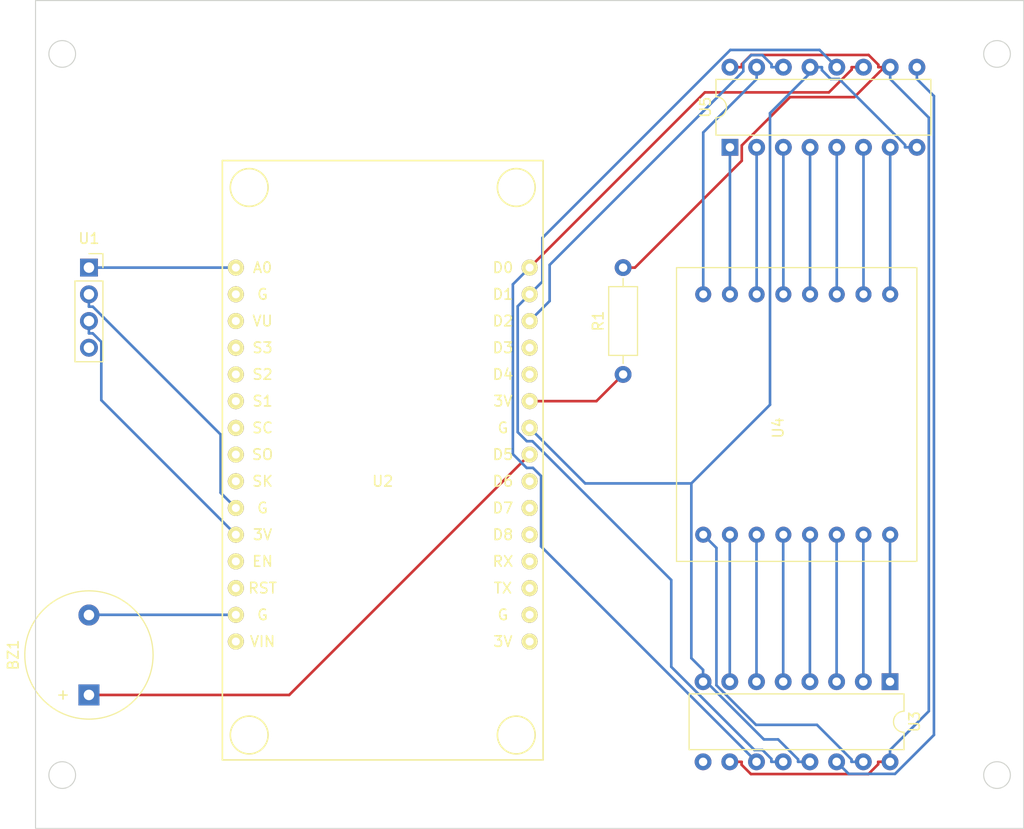
<source format=kicad_pcb>
(kicad_pcb (version 20211014) (generator pcbnew)
  (layers (0 "F.Cu" signal) (31 "B.Cu" signal) (34 "B.Paste" user) (35 "F.Paste" user) (36 "B.SilkS" user "B.Silkscreen") (37 "F.SilkS" user "F.Silkscreen") (38 "B.Mask" user) (39 "F.Mask" user) (44 "Edge.Cuts" user))
  (net 0 "")
  (net 1 "Net-(BZ1-Pad1)")
  (net 2 "Net-(BZ1-Pad2)")
  (net 3 "Net-(U1-Pad1)")
  (net 4 "Net-(U1-Pad2)")
  (net 5 "Net-(U1-Pad3)")
  (net 25 "Net-(U2-Pad24)")
  (net 26 "Net-(R1-Pad1)")
  (net 29 "Net-(U2-Pad28)")
  (net 30 "Net-(U2-Pad29)")
  (net 31 "Net-(U2-Pad30)")
  (net 32 "Net-(U3-Pad1)")
  (net 33 "Net-(U3-Pad2)")
  (net 34 "Net-(U3-Pad3)")
  (net 35 "Net-(U3-Pad4)")
  (net 36 "Net-(U3-Pad5)")
  (net 37 "Net-(U3-Pad6)")
  (net 38 "Net-(U3-Pad7)")
  (net 40 "Net-(R1-Pad2)")
  (net 41 "Net-(U3-Pad14)")
  (net 42 "Net-(U3-Pad15)")
  (net 43 "Net-(U4-Pad9)")
  (net 44 "Net-(U4-Pad10)")
  (net 45 "Net-(U4-Pad11)")
  (net 46 "Net-(U4-Pad12)")
  (net 47 "Net-(U4-Pad13)")
  (net 48 "Net-(U4-Pad14)")
  (net 49 "Net-(U4-Pad15)")
  (net 50 "Net-(U4-Pad16)")
  (footprint "Resistor_THT:R_Axial_DIN0207_L6.3mm_D2.5mm_P10.16mm_Horizontal" (layer "F.Cu") (at 127 88.9 90)
    (fp_text reference "R1" (at 5.08 -2.37 90) (layer "F.SilkS"))
    (fp_text value "R270")
    (fp_line (start 1.81 1.37) (end 8.35 1.37) (layer "F.SilkS") (width 0.12))
    (fp_line (start 1.81 -1.37) (end 1.81 1.37) (layer "F.SilkS") (width 0.12))
    (fp_line (start 9.12 0) (end 8.35 0) (layer "F.SilkS") (width 0.12))
    (fp_line (start 8.35 -1.37) (end 1.81 -1.37) (layer "F.SilkS") (width 0.12))
    (fp_line (start 1.04 0) (end 1.81 0) (layer "F.SilkS") (width 0.12))
    (fp_line (start 8.35 1.37) (end 8.35 -1.37) (layer "F.SilkS") (width 0.12))
    (pad "1" thru_hole circle (at 0 0 90) (size 1.6 1.6) (drill 0.8) (layers *.Cu *.Mask) (net 26 "Net-(R1-Pad1)"))
    (pad "2" thru_hole oval (at 10.16 0 90) (size 1.6 1.6) (drill 0.8) (layers *.Cu *.Mask) (net 40 "Net-(R1-Pad2)"))
  )
  (footprint "Package_DIP:DIP-16_W7.62mm" (layer "F.Cu") (at 152.385 118.12 -90)
    (fp_text reference "U3" (at 3.81 -2.33 -270) (layer "F.SilkS"))
    (fp_text value "74HC595N")
    (fp_line (start 6.46 -1.33) (end 4.81 -1.33) (layer "F.SilkS") (width 0.12))
    (fp_line (start 1.16 -1.33) (end 1.16 19.11) (layer "F.SilkS") (width 0.12))
    (fp_line (start 6.46 19.11) (end 6.46 -1.33) (layer "F.SilkS") (width 0.12))
    (fp_line (start 2.81 -1.33) (end 1.16 -1.33) (layer "F.SilkS") (width 0.12))
    (fp_line (start 1.16 19.11) (end 6.46 19.11) (layer "F.SilkS") (width 0.12))
    (fp_arc (start 4.81 -1.33) (mid 3.81 -0.33) (end 2.81 -1.33) (layer "F.SilkS") (width 0.12))
    (pad "1" thru_hole rect (at 0 0 270) (size 1.6 1.6) (drill 0.8) (layers *.Cu *.Mask) (net 32 "Net-(U3-Pad1)"))
    (pad "2" thru_hole oval (at 0 2.54 270) (size 1.6 1.6) (drill 0.8) (layers *.Cu *.Mask) (net 33 "Net-(U3-Pad2)"))
    (pad "3" thru_hole oval (at 0 5.08 270) (size 1.6 1.6) (drill 0.8) (layers *.Cu *.Mask) (net 34 "Net-(U3-Pad3)"))
    (pad "4" thru_hole oval (at 0 7.62 270) (size 1.6 1.6) (drill 0.8) (layers *.Cu *.Mask) (net 35 "Net-(U3-Pad4)"))
    (pad "5" thru_hole oval (at 0 10.16 270) (size 1.6 1.6) (drill 0.8) (layers *.Cu *.Mask) (net 36 "Net-(U3-Pad5)"))
    (pad "6" thru_hole oval (at 0 12.7 270) (size 1.6 1.6) (drill 0.8) (layers *.Cu *.Mask) (net 37 "Net-(U3-Pad6)"))
    (pad "7" thru_hole oval (at 0 15.24 270) (size 1.6 1.6) (drill 0.8) (layers *.Cu *.Mask) (net 38 "Net-(U3-Pad7)"))
    (pad "8" thru_hole oval (at 0 17.78 270) (size 1.6 1.6) (drill 0.8) (layers *.Cu *.Mask) (net 25 "Net-(U2-Pad24)"))
    (pad "9" thru_hole oval (at 7.62 17.78 270) (size 1.6 1.6) (drill 0.8) (layers *.Cu *.Mask))
    (pad "10" thru_hole oval (at 7.62 15.24 270) (size 1.6 1.6) (drill 0.8) (layers *.Cu *.Mask) (net 40 "Net-(R1-Pad2)"))
    (pad "11" thru_hole oval (at 7.62 12.7 270) (size 1.6 1.6) (drill 0.8) (layers *.Cu *.Mask) (net 31 "Net-(U2-Pad30)"))
    (pad "12" thru_hole oval (at 7.62 10.16 270) (size 1.6 1.6) (drill 0.8) (layers *.Cu *.Mask) (net 30 "Net-(U2-Pad29)"))
    (pad "13" thru_hole oval (at 7.62 7.62 270) (size 1.6 1.6) (drill 0.8) (layers *.Cu *.Mask) (net 25 "Net-(U2-Pad24)"))
    (pad "14" thru_hole oval (at 7.62 5.08 270) (size 1.6 1.6) (drill 0.8) (layers *.Cu *.Mask) (net 41 "Net-(U3-Pad14)"))
    (pad "15" thru_hole oval (at 7.62 2.54 270) (size 1.6 1.6) (drill 0.8) (layers *.Cu *.Mask) (net 42 "Net-(U3-Pad15)"))
    (pad "16" thru_hole oval (at 7.62 0 270) (size 1.6 1.6) (drill 0.8) (layers *.Cu *.Mask) (net 40 "Net-(R1-Pad2)"))
  )
  (footprint "Buzzer_Beeper:Buzzer_12x9.5RM7.6" (layer "F.Cu") (at 76.2 119.38 90)
    (fp_text reference "BZ1" (at 3.8 -7.2 90) (layer "F.SilkS"))
    (fp_text value "Buzzer")
    (fp_text user "+" (at -0.01 -2.54 90) (layer "F.SilkS"))
    (fp_circle (center 3.8 0) (end 9.9 0) (layer "F.SilkS") (width 0.12) (fill none))
    (pad "1" thru_hole rect (at 0 0 90) (size 2 2) (drill 1) (layers *.Cu *.Mask) (net 1 "Net-(BZ1-Pad1)"))
    (pad "2" thru_hole circle (at 7.6 0 90) (size 2 2) (drill 1) (layers *.Cu *.Mask) (net 2 "Net-(BZ1-Pad2)"))
  )
  (footprint "Package_DIP:DIP-16_W7.62mm" (layer "F.Cu") (at 137.16 67.3 90)
    (fp_text reference "U5" (at 3.81 -2.33 90) (layer "F.SilkS"))
    (fp_text value "74HC595N")
    (fp_line (start 1.16 -1.33) (end 1.16 19.11) (layer "F.SilkS") (width 0.12))
    (fp_line (start 1.16 19.11) (end 6.46 19.11) (layer "F.SilkS") (width 0.12))
    (fp_line (start 6.46 -1.33) (end 4.81 -1.33) (layer "F.SilkS") (width 0.12))
    (fp_line (start 6.46 19.11) (end 6.46 -1.33) (layer "F.SilkS") (width 0.12))
    (fp_line (start 2.81 -1.33) (end 1.16 -1.33) (layer "F.SilkS") (width 0.12))
    (fp_arc (start 4.81 -1.33) (mid 3.81 -0.33) (end 2.81 -1.33) (layer "F.SilkS") (width 0.12))
    (pad "1" thru_hole rect (at 0 0 90) (size 1.6 1.6) (drill 0.8) (layers *.Cu *.Mask) (net 49 "Net-(U4-Pad15)"))
    (pad "2" thru_hole oval (at 0 2.54 90) (size 1.6 1.6) (drill 0.8) (layers *.Cu *.Mask) (net 48 "Net-(U4-Pad14)"))
    (pad "3" thru_hole oval (at 0 5.08 90) (size 1.6 1.6) (drill 0.8) (layers *.Cu *.Mask) (net 47 "Net-(U4-Pad13)"))
    (pad "4" thru_hole oval (at 0 7.62 90) (size 1.6 1.6) (drill 0.8) (layers *.Cu *.Mask) (net 46 "Net-(U4-Pad12)"))
    (pad "5" thru_hole oval (at 0 10.16 90) (size 1.6 1.6) (drill 0.8) (layers *.Cu *.Mask) (net 45 "Net-(U4-Pad11)"))
    (pad "6" thru_hole oval (at 0 12.7 90) (size 1.6 1.6) (drill 0.8) (layers *.Cu *.Mask) (net 44 "Net-(U4-Pad10)"))
    (pad "7" thru_hole oval (at 0 15.24 90) (size 1.6 1.6) (drill 0.8) (layers *.Cu *.Mask) (net 43 "Net-(U4-Pad9)"))
    (pad "8" thru_hole oval (at 0 17.78 90) (size 1.6 1.6) (drill 0.8) (layers *.Cu *.Mask) (net 25 "Net-(U2-Pad24)"))
    (pad "9" thru_hole oval (at 7.62 17.78 90) (size 1.6 1.6) (drill 0.8) (layers *.Cu *.Mask) (net 41 "Net-(U3-Pad14)"))
    (pad "10" thru_hole oval (at 7.62 15.24 90) (size 1.6 1.6) (drill 0.8) (layers *.Cu *.Mask) (net 40 "Net-(R1-Pad2)"))
    (pad "11" thru_hole oval (at 7.62 12.7 90) (size 1.6 1.6) (drill 0.8) (layers *.Cu *.Mask) (net 31 "Net-(U2-Pad30)"))
    (pad "12" thru_hole oval (at 7.62 10.16 90) (size 1.6 1.6) (drill 0.8) (layers *.Cu *.Mask) (net 30 "Net-(U2-Pad29)"))
    (pad "13" thru_hole oval (at 7.62 7.62 90) (size 1.6 1.6) (drill 0.8) (layers *.Cu *.Mask) (net 25 "Net-(U2-Pad24)"))
    (pad "14" thru_hole oval (at 7.62 5.08 90) (size 1.6 1.6) (drill 0.8) (layers *.Cu *.Mask) (net 29 "Net-(U2-Pad28)"))
    (pad "15" thru_hole oval (at 7.62 2.54 90) (size 1.6 1.6) (drill 0.8) (layers *.Cu *.Mask) (net 50 "Net-(U4-Pad16)"))
    (pad "16" thru_hole oval (at 7.62 0 90) (size 1.6 1.6) (drill 0.8) (layers *.Cu *.Mask) (net 40 "Net-(R1-Pad2)"))
  )
  (footprint "Display:LED_Matrix_1088" (layer "F.Cu") (at 142.24 93.98 90)
    (fp_text reference "U4" (at 0 -0.5 90 unlocked) (layer "F.SilkS"))
    (fp_text value "LED_8x8_matrix")
    (fp_rect (start -12.7 -10.16) (end 15.24 12.7) (layer "F.SilkS") (width 0.12) (fill none))
    (pad "1" thru_hole circle (at -10.16 -7.62 90) (size 1.524 1.524) (drill 0.762) (layers *.Cu *.Mask) (net 42 "Net-(U3-Pad15)"))
    (pad "2" thru_hole circle (at -10.16 -5.08 90) (size 1.524 1.524) (drill 0.762) (layers *.Cu *.Mask) (net 38 "Net-(U3-Pad7)"))
    (pad "3" thru_hole circle (at -10.16 -2.54 90) (size 1.524 1.524) (drill 0.762) (layers *.Cu *.Mask) (net 37 "Net-(U3-Pad6)"))
    (pad "4" thru_hole circle (at -10.16 0 90) (size 1.524 1.524) (drill 0.762) (layers *.Cu *.Mask) (net 36 "Net-(U3-Pad5)"))
    (pad "5" thru_hole circle (at -10.16 2.54 90) (size 1.524 1.524) (drill 0.762) (layers *.Cu *.Mask) (net 35 "Net-(U3-Pad4)"))
    (pad "6" thru_hole circle (at -10.16 5.08 90) (size 1.524 1.524) (drill 0.762) (layers *.Cu *.Mask) (net 34 "Net-(U3-Pad3)"))
    (pad "7" thru_hole circle (at -10.16 7.62 90) (size 1.524 1.524) (drill 0.762) (layers *.Cu *.Mask) (net 33 "Net-(U3-Pad2)"))
    (pad "8" thru_hole circle (at -10.16 10.16 90) (size 1.524 1.524) (drill 0.762) (layers *.Cu *.Mask) (net 32 "Net-(U3-Pad1)"))
    (pad "9" thru_hole circle (at 12.7 10.16 90) (size 1.524 1.524) (drill 0.762) (layers *.Cu *.Mask) (net 43 "Net-(U4-Pad9)"))
    (pad "10" thru_hole circle (at 12.7 7.62 90) (size 1.524 1.524) (drill 0.762) (layers *.Cu *.Mask) (net 44 "Net-(U4-Pad10)"))
    (pad "11" thru_hole circle (at 12.7 5.08 90) (size 1.524 1.524) (drill 0.762) (layers *.Cu *.Mask) (net 45 "Net-(U4-Pad11)"))
    (pad "12" thru_hole circle (at 12.7 2.54 90) (size 1.524 1.524) (drill 0.762) (layers *.Cu *.Mask) (net 46 "Net-(U4-Pad12)"))
    (pad "13" thru_hole circle (at 12.7 0 90) (size 1.524 1.524) (drill 0.762) (layers *.Cu *.Mask) (net 47 "Net-(U4-Pad13)"))
    (pad "14" thru_hole circle (at 12.7 -2.54 90) (size 1.524 1.524) (drill 0.762) (layers *.Cu *.Mask) (net 48 "Net-(U4-Pad14)"))
    (pad "15" thru_hole circle (at 12.7 -5.08 90) (size 1.524 1.524) (drill 0.762) (layers *.Cu *.Mask) (net 49 "Net-(U4-Pad15)"))
    (pad "16" thru_hole circle (at 12.7 -7.62 90) (size 1.524 1.524) (drill 0.762) (layers *.Cu *.Mask) (net 50 "Net-(U4-Pad16)"))
  )
  (footprint "ESP8266_Dev_Boards:NodeMCU-LoLinV3" (layer "F.Cu") (at 104.14 99.06)
    (fp_text reference "U2" (at 0 0) (layer "F.SilkS"))
    (fp_text value "NodeMCU_1.0_(ESP-12E)")
    (fp_text user "D6" (at 11.43 0) (layer "F.SilkS"))
    (fp_text user "D8" (at 11.43 5.08) (layer "F.SilkS"))
    (fp_text user "D7" (at 11.43 2.54) (layer "F.SilkS"))
    (fp_text user "3V" (at 11.43 -7.62) (layer "F.SilkS"))
    (fp_text user "SO" (at -11.43 -2.54) (layer "F.SilkS"))
    (fp_text user "D4" (at 11.43 -10.16) (layer "F.SilkS"))
    (fp_text user "G" (at -11.43 -17.78) (layer "F.SilkS"))
    (fp_text user "TX" (at 11.43 10.16) (layer "F.SilkS"))
    (fp_text user "D5" (at 11.43 -2.54) (layer "F.SilkS"))
    (fp_text user "A0" (at -11.43 -20.32) (layer "F.SilkS"))
    (fp_text user "3V" (at 11.43 15.24) (layer "F.SilkS"))
    (fp_text user "G" (at 11.43 12.7) (layer "F.SilkS"))
    (fp_text user "D3" (at 11.43 -12.7) (layer "F.SilkS"))
    (fp_text user "G" (at 11.43 -5.08) (layer "F.SilkS"))
    (fp_text user "EN" (at -11.43 7.62) (layer "F.SilkS"))
    (fp_text user "D2" (at 11.43 -15.24) (layer "F.SilkS"))
    (fp_text user "RST" (at -11.43 10.16) (layer "F.SilkS"))
    (fp_text user "VIN" (at -11.43 15.24) (layer "F.SilkS"))
    (fp_text user "SC" (at -11.43 -5.08) (layer "F.SilkS"))
    (fp_text user "RX" (at 11.43 7.62) (layer "F.SilkS"))
    (fp_text user "3V" (at -11.43 5.08) (layer "F.SilkS"))
    (fp_text user "G" (at -11.43 2.54) (layer "F.SilkS"))
    (fp_text user "VU" (at -11.43 -15.24) (layer "F.SilkS"))
    (fp_text user "D0" (at 11.43 -20.32) (layer "F.SilkS"))
    (fp_text user "SK" (at -11.43 0) (layer "F.SilkS"))
    (fp_text user "G" (at -11.43 12.7) (layer "F.SilkS"))
    (fp_text user "S1" (at -11.43 -7.62) (layer "F.SilkS"))
    (fp_text user "D1" (at 11.43 -17.78) (layer "F.SilkS"))
    (fp_text user "S2" (at -11.43 -10.16) (layer "F.SilkS"))
    (fp_text user "S3" (at -11.43 -12.7) (layer "F.SilkS"))
    (fp_line (start -14.75 -30.5) (end -15.25 -30.5) (layer "F.SilkS") (width 0.15))
    (fp_line (start -15.25 -30.5) (end -15.25 26.5) (layer "F.SilkS") (width 0.15))
    (fp_line (start 15.25 26.5) (end 15.25 -30.5) (layer "F.SilkS") (width 0.15))
    (fp_line (start -15.25 26.5) (end 15.25 26.5) (layer "F.SilkS") (width 0.15))
    (fp_line (start 15.25 -30.5) (end -14.75 -30.5) (layer "F.SilkS") (width 0.15))
    (fp_circle (center -12.7 -27.94) (end -11.43 -29.21) (layer "F.SilkS") (width 0.15) (fill none))
    (fp_circle (center -12.7 24.13) (end -11.43 22.86) (layer "F.SilkS") (width 0.15) (fill none))
    (fp_circle (center 12.7 -27.94) (end 13.97 -29.21) (layer "F.SilkS") (width 0.15) (fill none))
    (fp_circle (center 12.7 24.13) (end 13.97 22.86) (layer "F.SilkS") (width 0.15) (fill none))
    (pad "1" thru_hole circle locked (at -13.97 -20.32) (size 1.524 1.524) (drill 0.762) (layers *.Cu *.Mask "F.SilkS") (net 3 "Net-(U1-Pad1)"))
    (pad "2" thru_hole circle locked (at -13.97 -17.78) (size 1.524 1.524) (drill 0.762) (layers *.Cu *.Mask "F.SilkS"))
    (pad "3" thru_hole circle locked (at -13.97 -15.24) (size 1.524 1.524) (drill 0.762) (layers *.Cu *.Mask "F.SilkS"))
    (pad "4" thru_hole circle locked (at -13.97 -12.7) (size 1.524 1.524) (drill 0.762) (layers *.Cu *.Mask "F.SilkS"))
    (pad "5" thru_hole circle locked (at -13.97 -10.16) (size 1.524 1.524) (drill 0.762) (layers *.Cu *.Mask "F.SilkS"))
    (pad "6" thru_hole circle locked (at -13.97 -7.62) (size 1.524 1.524) (drill 0.762) (layers *.Cu *.Mask "F.SilkS"))
    (pad "7" thru_hole circle locked (at -13.97 -5.08) (size 1.524 1.524) (drill 0.762) (layers *.Cu *.Mask "F.SilkS"))
    (pad "8" thru_hole circle locked (at -13.97 -2.54) (size 1.524 1.524) (drill 0.762) (layers *.Cu *.Mask "F.SilkS"))
    (pad "9" thru_hole circle locked (at -13.97 0) (size 1.524 1.524) (drill 0.762) (layers *.Cu *.Mask "F.SilkS"))
    (pad "10" thru_hole circle locked (at -13.97 2.54) (size 1.524 1.524) (drill 0.762) (layers *.Cu *.Mask "F.SilkS") (net 4 "Net-(U1-Pad2)"))
    (pad "11" thru_hole circle locked (at -13.97 5.08) (size 1.524 1.524) (drill 0.762) (layers *.Cu *.Mask "F.SilkS") (net 5 "Net-(U1-Pad3)"))
    (pad "12" thru_hole circle locked (at -13.97 7.62) (size 1.524 1.524) (drill 0.762) (layers *.Cu *.Mask "F.SilkS"))
    (pad "13" thru_hole circle locked (at -13.97 10.16) (size 1.524 1.524) (drill 0.762) (layers *.Cu *.Mask "F.SilkS"))
    (pad "14" thru_hole circle locked (at -13.97 12.7) (size 1.524 1.524) (drill 0.762) (layers *.Cu *.Mask "F.SilkS") (net 2 "Net-(BZ1-Pad2)"))
    (pad "15" thru_hole circle locked (at -13.97 15.24) (size 1.524 1.524) (drill 0.762) (layers *.Cu *.Mask "F.SilkS"))
    (pad "16" thru_hole circle locked (at 13.97 15.24) (size 1.524 1.524) (drill 0.762) (layers *.Cu *.Mask "F.SilkS"))
    (pad "17" thru_hole circle locked (at 13.97 12.7) (size 1.524 1.524) (drill 0.762) (layers *.Cu *.Mask "F.SilkS"))
    (pad "18" thru_hole circle locked (at 13.97 10.16) (size 1.524 1.524) (drill 0.762) (layers *.Cu *.Mask "F.SilkS"))
    (pad "19" thru_hole circle locked (at 13.97 7.62) (size 1.524 1.524) (drill 0.762) (layers *.Cu *.Mask "F.SilkS"))
    (pad "20" thru_hole circle locked (at 13.97 5.08) (size 1.524 1.524) (drill 0.762) (layers *.Cu *.Mask "F.SilkS"))
    (pad "21" thru_hole circle locked (at 13.97 2.54) (size 1.524 1.524) (drill 0.762) (layers *.Cu *.Mask "F.SilkS"))
    (pad "22" thru_hole circle locked (at 13.97 0) (size 1.524 1.524) (drill 0.762) (layers *.Cu *.Mask "F.SilkS"))
    (pad "23" thru_hole circle locked (at 13.97 -2.54) (size 1.524 1.524) (drill 0.762) (layers *.Cu *.Mask "F.SilkS") (net 1 "Net-(BZ1-Pad1)"))
    (pad "24" thru_hole circle locked (at 13.97 -5.08) (size 1.524 1.524) (drill 0.762) (layers *.Cu *.Mask "F.SilkS") (net 25 "Net-(U2-Pad24)"))
    (pad "25" thru_hole circle locked (at 13.97 -7.62) (size 1.524 1.524) (drill 0.762) (layers *.Cu *.Mask "F.SilkS") (net 26 "Net-(R1-Pad1)"))
    (pad "26" thru_hole circle locked (at 13.97 -10.16) (size 1.524 1.524) (drill 0.762) (layers *.Cu *.Mask "F.SilkS"))
    (pad "27" thru_hole circle locked (at 13.97 -12.7) (size 1.524 1.524) (drill 0.762) (layers *.Cu *.Mask "F.SilkS"))
    (pad "28" thru_hole circle locked (at 13.97 -15.24) (size 1.524 1.524) (drill 0.762) (layers *.Cu *.Mask "F.SilkS") (net 29 "Net-(U2-Pad28)"))
    (pad "29" thru_hole circle locked (at 13.97 -17.78) (size 1.524 1.524) (drill 0.762) (layers *.Cu *.Mask "F.SilkS") (net 30 "Net-(U2-Pad29)"))
    (pad "30" thru_hole circle locked (at 13.97 -20.32) (size 1.524 1.524) (drill 0.762) (layers *.Cu *.Mask "F.SilkS") (net 31 "Net-(U2-Pad30)"))
  )
  (footprint "Connector_PinSocket_2.54mm:PinSocket_1x04_P2.54mm_Vertical" (layer "F.Cu") (at 76.2 78.74)
    (fp_text reference "U1" (at 0 -2.77) (layer "F.SilkS"))
    (fp_text value "LM393_Noise_Detector")
    (fp_line (start 1.33 1.27) (end 1.33 8.95) (layer "F.SilkS") (width 0.12))
    (fp_line (start 0 -1.33) (end 1.33 -1.33) (layer "F.SilkS") (width 0.12))
    (fp_line (start -1.33 1.27) (end -1.33 8.95) (layer "F.SilkS") (width 0.12))
    (fp_line (start 1.33 -1.33) (end 1.33 0) (layer "F.SilkS") (width 0.12))
    (fp_line (start -1.33 8.95) (end 1.33 8.95) (layer "F.SilkS") (width 0.12))
    (fp_line (start -1.33 1.27) (end 1.33 1.27) (layer "F.SilkS") (width 0.12))
    (pad "1" thru_hole rect (at 0 0) (size 1.7 1.7) (drill 1) (layers *.Cu *.Mask) (net 3 "Net-(U1-Pad1)"))
    (pad "2" thru_hole oval (at 0 2.54) (size 1.7 1.7) (drill 1) (layers *.Cu *.Mask) (net 4 "Net-(U1-Pad2)"))
    (pad "3" thru_hole oval (at 0 5.08) (size 1.7 1.7) (drill 1) (layers *.Cu *.Mask) (net 5 "Net-(U1-Pad3)"))
    (pad "4" thru_hole oval (at 0 7.62) (size 1.7 1.7) (drill 1) (layers *.Cu *.Mask))
  )
  (gr_circle (center 162.56 127) (end 163.83 127) (layer "Edge.Cuts") (width 0.1) (fill none))
  (gr_circle (center 73.66 127) (end 74.93 127) (layer "Edge.Cuts") (width 0.1) (fill none))
  (gr_circle (center 162.56 58.42) (end 163.83 58.42) (layer "Edge.Cuts") (width 0.1) (fill none))
  (gr_rect (start 165.1 53.34) (end 71.12 132.08) (layer "Edge.Cuts") (width 0.1) (fill none))
  (gr_circle (center 73.66 58.42) (end 74.93 58.42) (layer "Edge.Cuts") (width 0.1) (fill none))
  (segment (start 118.11 96.52) (end 95.25 119.38) (width 0.25) (layer "F.Cu") (net 1))
  (segment (start 95.25 119.38) (end 76.2 119.38) (width 0.25) (layer "F.Cu") (net 1))
  (segment (start 76.22 111.76) (end 76.2 111.78) (width 0.25) (layer "F.Cu") (net 2))
  (segment (start 90.17 111.76) (end 76.22 111.76) (width 0.25) (layer "B.Cu") (net 2))
  (segment (start 76.2 78.74) (end 90.17 78.74) (width 0.25) (layer "B.Cu") (net 3))
  (segment (start 76.5672 82.4551) (end 88.7172 94.6051) (width 0.25) (layer "B.Cu") (net 4))
  (segment (start 76.2 82.4551) (end 76.5672 82.4551) (width 0.25) (layer "B.Cu") (net 4))
  (segment (start 76.2 81.28) (end 76.2 82.4551) (width 0.25) (layer "B.Cu") (net 4))
  (segment (start 88.7172 100.147) (end 90.17 101.6) (width 0.25) (layer "B.Cu") (net 4))
  (segment (start 88.7172 94.6051) (end 88.7172 100.147) (width 0.25) (layer "B.Cu") (net 4))
  (segment (start 77.3751 85.8029) (end 77.3751 91.3451) (width 0.25) (layer "B.Cu") (net 5))
  (segment (start 77.3751 91.3451) (end 90.17 104.14) (width 0.25) (layer "B.Cu") (net 5))
  (segment (start 76.2 84.9951) (end 76.5673 84.9951) (width 0.25) (layer "B.Cu") (net 5))
  (segment (start 76.2 83.82) (end 76.2 84.9951) (width 0.25) (layer "B.Cu") (net 5))
  (segment (start 76.5673 84.9951) (end 77.3751 85.8029) (width 0.25) (layer "B.Cu") (net 5))
  (segment (start 153.815 67.3) (end 153.815 67.0669) (width 0.25) (layer "B.Cu") (net 25))
  (segment (start 123.392 99.2622) (end 133.489 99.2622) (width 0.25) (layer "B.Cu") (net 25))
  (segment (start 145.905 59.9614) (end 145.905 59.68) (width 0.25) (layer "B.Cu") (net 25))
  (segment (start 133.489 115.879) (end 134.605 116.995) (width 0.25) (layer "B.Cu") (net 25))
  (segment (start 153.815 67.0669) (end 147.553 60.8051) (width 0.25) (layer "B.Cu") (net 25))
  (segment (start 118.11 93.98) (end 123.392 99.2622) (width 0.25) (layer "B.Cu") (net 25))
  (segment (start 134.605 116.995) (end 134.605 117.814) (width 0.25) (layer "B.Cu") (net 25))
  (segment (start 140.97 64.0526) (end 140.97 91.7815) (width 0.25) (layer "B.Cu") (net 25))
  (segment (start 144.765 125.74) (end 143.64 125.74) (width 0.25) (layer "B.Cu") (net 25))
  (segment (start 143.64 125.507) (end 141.742 123.608) (width 0.25) (layer "B.Cu") (net 25))
  (segment (start 133.489 99.2622) (end 133.489 115.879) (width 0.25) (layer "B.Cu") (net 25))
  (segment (start 134.605 117.827) (end 134.605 117.814) (width 0.25) (layer "B.Cu") (net 25))
  (segment (start 143.64 125.74) (end 143.64 125.507) (width 0.25) (layer "B.Cu") (net 25))
  (segment (start 140.387 123.608) (end 134.605 117.827) (width 0.25) (layer "B.Cu") (net 25))
  (segment (start 141.742 123.608) (end 140.387 123.608) (width 0.25) (layer "B.Cu") (net 25))
  (segment (start 147.553 60.8051) (end 146.749 60.8051) (width 0.25) (layer "B.Cu") (net 25))
  (segment (start 146.749 60.8051) (end 145.905 59.9614) (width 0.25) (layer "B.Cu") (net 25))
  (segment (start 145.905 59.68) (end 145.343 59.68) (width 0.25) (layer "B.Cu") (net 25))
  (segment (start 140.97 91.7815) (end 133.489 99.2622) (width 0.25) (layer "B.Cu") (net 25))
  (segment (start 134.605 118.12) (end 134.605 117.814) (width 0.25) (layer "B.Cu") (net 25))
  (segment (start 154.94 67.3) (end 153.815 67.3) (width 0.25) (layer "B.Cu") (net 25))
  (segment (start 145.343 59.68) (end 140.97 64.0526) (width 0.25) (layer "B.Cu") (net 25))
  (segment (start 144.78 59.68) (end 145.343 59.68) (width 0.25) (layer "B.Cu") (net 25))
  (segment (start 124.46 91.44) (end 127 88.9) (width 0.25) (layer "F.Cu") (net 26))
  (segment (start 118.11 91.44) (end 124.46 91.44) (width 0.25) (layer "F.Cu") (net 26))
  (segment (start 138.43 60.0661) (end 138.43 59.2933) (width 0.25) (layer "B.Cu") (net 29))
  (segment (start 118.11 83.82) (end 120.013 81.9171) (width 0.25) (layer "B.Cu") (net 29))
  (segment (start 139.194 58.5293) (end 140.246 58.5293) (width 0.25) (layer "B.Cu") (net 29))
  (segment (start 120.013 81.9171) (end 120.013 78.4832) (width 0.25) (layer "B.Cu") (net 29))
  (segment (start 141.115 59.3987) (end 141.115 59.68) (width 0.25) (layer "B.Cu") (net 29))
  (segment (start 138.43 59.2933) (end 139.194 58.5293) (width 0.25) (layer "B.Cu") (net 29))
  (segment (start 141.115 59.68) (end 142.24 59.68) (width 0.25) (layer "B.Cu") (net 29))
  (segment (start 120.013 78.4832) (end 138.43 60.0661) (width 0.25) (layer "B.Cu") (net 29))
  (segment (start 140.246 58.5293) (end 141.115 59.3987) (width 0.25) (layer "B.Cu") (net 29))
  (segment (start 118.378 95.25) (end 117.841 95.25) (width 0.25) (layer "B.Cu") (net 30))
  (segment (start 142.225 125.74) (end 141.1 125.74) (width 0.25) (layer "B.Cu") (net 30))
  (segment (start 145.681 58.0412) (end 137.198 58.0412) (width 0.25) (layer "B.Cu") (net 30))
  (segment (start 147.32 59.68) (end 145.681 58.0412) (width 0.25) (layer "B.Cu") (net 30))
  (segment (start 119.322 75.9164) (end 119.322 80.0677) (width 0.25) (layer "B.Cu") (net 30))
  (segment (start 141.1 125.74) (end 141.1 125.459) (width 0.25) (layer "B.Cu") (net 30))
  (segment (start 119.322 80.0677) (end 118.11 81.28) (width 0.25) (layer "B.Cu") (net 30))
  (segment (start 141.1 125.459) (end 140.256 124.615) (width 0.25) (layer "B.Cu") (net 30))
  (segment (start 117.841 95.25) (end 116.976 94.3851) (width 0.25) (layer "B.Cu") (net 30))
  (segment (start 139.49 124.615) (end 131.579 116.704) (width 0.25) (layer "B.Cu") (net 30))
  (segment (start 137.198 58.0412) (end 119.322 75.9164) (width 0.25) (layer "B.Cu") (net 30))
  (segment (start 140.256 124.615) (end 139.49 124.615) (width 0.25) (layer "B.Cu") (net 30))
  (segment (start 116.976 82.4139) (end 118.11 81.28) (width 0.25) (layer "B.Cu") (net 30))
  (segment (start 116.976 94.3851) (end 116.976 82.4139) (width 0.25) (layer "B.Cu") (net 30))
  (segment (start 131.579 108.451) (end 118.378 95.25) (width 0.25) (layer "B.Cu") (net 30))
  (segment (start 131.579 116.704) (end 131.579 108.451) (width 0.25) (layer "B.Cu") (net 30))
  (segment (start 146.573 62.0752) (end 134.775 62.0752) (width 0.25) (layer "F.Cu") (net 31))
  (segment (start 134.775 62.0752) (end 118.11 78.74) (width 0.25) (layer "F.Cu") (net 31))
  (segment (start 148.735 59.68) (end 148.735 59.9131) (width 0.25) (layer "F.Cu") (net 31))
  (segment (start 148.735 59.9131) (end 146.573 62.0752) (width 0.25) (layer "F.Cu") (net 31))
  (segment (start 149.86 59.68) (end 148.735 59.68) (width 0.25) (layer "F.Cu") (net 31))
  (segment (start 118.428 97.79) (end 119.197 98.5591) (width 0.25) (layer "B.Cu") (net 31))
  (segment (start 118.11 78.74) (end 116.516 80.3345) (width 0.25) (layer "B.Cu") (net 31))
  (segment (start 116.516 96.4758) (end 117.83 97.79) (width 0.25) (layer "B.Cu") (net 31))
  (segment (start 119.197 98.5591) (end 119.197 105.252) (width 0.25) (layer "B.Cu") (net 31))
  (segment (start 119.197 105.252) (end 139.685 125.74) (width 0.25) (layer "B.Cu") (net 31))
  (segment (start 117.83 97.79) (end 118.428 97.79) (width 0.25) (layer "B.Cu") (net 31))
  (segment (start 116.516 80.3345) (end 116.516 96.4758) (width 0.25) (layer "B.Cu") (net 31))
  (segment (start 152.4 104.14) (end 152.385 104.155) (width 0.25) (layer "B.Cu") (net 32))
  (segment (start 152.385 104.155) (end 152.385 118.12) (width 0.25) (layer "B.Cu") (net 32))
  (segment (start 149.86 104.14) (end 149.845 104.155) (width 0.25) (layer "B.Cu") (net 33))
  (segment (start 149.845 104.155) (end 149.845 118.12) (width 0.25) (layer "B.Cu") (net 33))
  (segment (start 147.32 104.14) (end 147.305 104.155) (width 0.25) (layer "B.Cu") (net 34))
  (segment (start 147.305 104.155) (end 147.305 118.12) (width 0.25) (layer "B.Cu") (net 34))
  (segment (start 144.765 104.155) (end 144.765 118.12) (width 0.25) (layer "B.Cu") (net 35))
  (segment (start 144.78 104.14) (end 144.765 104.155) (width 0.25) (layer "B.Cu") (net 35))
  (segment (start 142.225 104.155) (end 142.225 118.12) (width 0.25) (layer "B.Cu") (net 36))
  (segment (start 142.24 104.14) (end 142.225 104.155) (width 0.25) (layer "B.Cu") (net 36))
  (segment (start 139.685 104.155) (end 139.685 118.12) (width 0.25) (layer "B.Cu") (net 37))
  (segment (start 139.7 104.14) (end 139.685 104.155) (width 0.25) (layer "B.Cu") (net 37))
  (segment (start 137.145 104.155) (end 137.145 118.12) (width 0.25) (layer "B.Cu") (net 38))
  (segment (start 137.16 104.14) (end 137.145 104.155) (width 0.25) (layer "B.Cu") (net 38))
  (segment (start 152.4 59.68) (end 151.8375 59.68) (width 0.25) (layer "F.Cu") (net 40))
  (segment (start 139.166 58.5176) (end 138.285 59.3987) (width 0.25) (layer "F.Cu") (net 40))
  (segment (start 127 78.74) (end 128.1251 78.74) (width 0.25) (layer "F.Cu") (net 40))
  (segment (start 150.346 58.5176) (end 139.166 58.5176) (width 0.25) (layer "F.Cu") (net 40))
  (segment (start 151.275 59.68) (end 151.275 59.4469) (width 0.25) (layer "F.Cu") (net 40))
  (segment (start 138.2852 67.12) (end 138.2852 68.5799) (width 0.25) (layer "F.Cu") (net 40))
  (segment (start 148.9921 62.5254) (end 142.8798 62.5254) (width 0.25) (layer "F.Cu") (net 40))
  (segment (start 151.26 125.74) (end 151.26 125.973) (width 0.25) (layer "F.Cu") (net 40))
  (segment (start 151.275 59.4469) (end 150.346 58.5176) (width 0.25) (layer "F.Cu") (net 40))
  (segment (start 151.8375 59.68) (end 151.275 59.68) (width 0.25) (layer "F.Cu") (net 40))
  (segment (start 151.8375 59.68) (end 148.9921 62.5254) (width 0.25) (layer "F.Cu") (net 40))
  (segment (start 138.27 125.74) (end 137.145 125.74) (width 0.25) (layer "F.Cu") (net 40))
  (segment (start 138.285 59.68) (end 137.16 59.68) (width 0.25) (layer "F.Cu") (net 40))
  (segment (start 138.27 126.021) (end 138.27 125.74) (width 0.25) (layer "F.Cu") (net 40))
  (segment (start 138.2852 68.5799) (end 128.1251 78.74) (width 0.25) (layer "F.Cu") (net 40))
  (segment (start 139.151 126.902) (end 138.27 126.021) (width 0.25) (layer "F.Cu") (net 40))
  (segment (start 151.26 125.973) (end 150.331 126.902) (width 0.25) (layer "F.Cu") (net 40))
  (segment (start 142.8798 62.5254) (end 138.2852 67.12) (width 0.25) (layer "F.Cu") (net 40))
  (segment (start 138.285 59.3987) (end 138.285 59.68) (width 0.25) (layer "F.Cu") (net 40))
  (segment (start 152.385 125.74) (end 151.26 125.74) (width 0.25) (layer "F.Cu") (net 40))
  (segment (start 150.331 126.902) (end 139.151 126.902) (width 0.25) (layer "F.Cu") (net 40))
  (segment (start 152.4 60.8051) (end 156.073 64.4777) (width 0.25) (layer "B.Cu") (net 40))
  (segment (start 156.073 120.927) (end 152.385 124.615) (width 0.25) (layer "B.Cu") (net 40))
  (segment (start 152.385 124.615) (end 152.385 125.74) (width 0.25) (layer "B.Cu") (net 40))
  (segment (start 156.073 64.4777) (end 156.073 120.927) (width 0.25) (layer "B.Cu") (net 40))
  (segment (start 152.4 59.68) (end 152.4 60.8051) (width 0.25) (layer "B.Cu") (net 40))
  (segment (start 152.861 126.886) (end 148.451 126.886) (width 0.25) (layer "B.Cu") (net 41))
  (segment (start 154.94 59.68) (end 154.94 60.8051) (width 0.25) (layer "B.Cu") (net 41))
  (segment (start 156.56 62.4249) (end 156.56 123.188) (width 0.25) (layer "B.Cu") (net 41))
  (segment (start 156.56 123.188) (end 152.861 126.886) (width 0.25) (layer "B.Cu") (net 41))
  (segment (start 154.94 60.8051) (end 156.56 62.4249) (width 0.25) (layer "B.Cu") (net 41))
  (segment (start 148.451 126.886) (end 147.305 125.74) (width 0.25) (layer "B.Cu") (net 41))
  (segment (start 139.638 122.223) (end 135.875 118.46) (width 0.25) (layer "B.Cu") (net 42))
  (segment (start 135.875 105.395) (end 134.62 104.14) (width 0.25) (layer "B.Cu") (net 42))
  (segment (start 149.845 125.74) (end 148.72 125.74) (width 0.25) (layer "B.Cu") (net 42))
  (segment (start 145.436 122.223) (end 139.638 122.223) (width 0.25) (layer "B.Cu") (net 42))
  (segment (start 148.72 125.507) (end 145.436 122.223) (width 0.25) (layer "B.Cu") (net 42))
  (segment (start 135.875 118.46) (end 135.875 105.395) (width 0.25) (layer "B.Cu") (net 42))
  (segment (start 148.72 125.74) (end 148.72 125.507) (width 0.25) (layer "B.Cu") (net 42))
  (segment (start 152.4 81.28) (end 152.4 67.3) (width 0.25) (layer "B.Cu") (net 43))
  (segment (start 149.86 81.28) (end 149.86 67.3) (width 0.25) (layer "B.Cu") (net 44))
  (segment (start 147.32 81.28) (end 147.32 67.3) (width 0.25) (layer "B.Cu") (net 45))
  (segment (start 144.78 81.28) (end 144.78 67.3) (width 0.25) (layer "B.Cu") (net 46))
  (segment (start 142.24 81.28) (end 142.24 67.3) (width 0.25) (layer "B.Cu") (net 47))
  (segment (start 139.7 81.28) (end 139.7 67.3) (width 0.25) (layer "B.Cu") (net 48))
  (segment (start 137.16 81.28) (end 137.16 67.3) (width 0.25) (layer "B.Cu") (net 49))
  (segment (start 139.7 60.8051) (end 134.62 65.8851) (width 0.25) (layer "B.Cu") (net 50))
  (segment (start 139.7 59.68) (end 139.7 60.8051) (width 0.25) (layer "B.Cu") (net 50))
  (segment (start 134.62 65.8851) (end 134.62 81.28) (width 0.25) (layer "B.Cu") (net 50))
)
</source>
